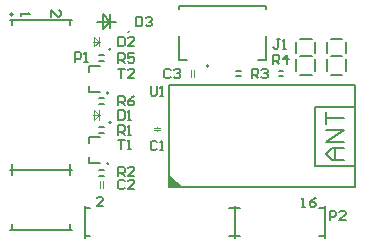
<source format=gbr>
%TF.GenerationSoftware,Altium Limited,Altium Designer,20.2.6 (244)*%
G04 Layer_Color=65535*
%FSLAX45Y45*%
%MOMM*%
%TF.SameCoordinates,9E4D4D7D-1FFC-428C-BB03-7E89B6F1CBBC*%
%TF.FilePolarity,Positive*%
%TF.FileFunction,Legend,Top*%
%TF.Part,Single*%
G01*
G75*
%TA.AperFunction,NonConductor*%
%ADD22C,0.15000*%
%ADD94C,0.20000*%
%ADD95C,0.10000*%
G36*
X1410000Y565000D02*
X1510000Y465000D01*
X1410000D01*
Y565000D01*
D02*
G37*
D22*
X903000Y1265000D02*
G03*
X903000Y1265000I-8000J0D01*
G01*
Y665000D02*
G03*
X903000Y665000I-8000J0D01*
G01*
X1745289Y1494927D02*
G03*
X1745289Y1494927I-8000J0D01*
G01*
X918000Y1635000D02*
G03*
X918000Y1635000I-8000J0D01*
G01*
Y1015000D02*
G03*
X918000Y1015000I-8000J0D01*
G01*
X1410000Y465000D02*
Y1335000D01*
X2990000Y465000D02*
Y1335000D01*
X1410000D02*
X2990000D01*
X1410000Y465000D02*
X2990000D01*
X1410000Y565000D02*
X1510000Y465000D01*
X2650000Y1150000D02*
X2990000D01*
X2650000Y650000D02*
Y1150000D01*
Y650000D02*
X2985000D01*
X735000Y1440000D02*
Y1490000D01*
X825000D01*
X735000Y1270000D02*
Y1320000D01*
Y1270000D02*
X825000D01*
X735000Y840000D02*
Y890000D01*
X825000D01*
X735000Y670000D02*
Y720000D01*
Y670000D02*
X825000D01*
X820000Y1175000D02*
X860000D01*
X820000Y1225000D02*
X860000D01*
X820000Y1585000D02*
X860000D01*
X820000Y1535000D02*
X860000D01*
X2340000Y1455000D02*
X2380000D01*
X2340000Y1405000D02*
X2380000D01*
X1980000D02*
X2020000D01*
X1980000Y1455000D02*
X2020000D01*
X820000Y615000D02*
X860000D01*
X820000Y565000D02*
X860000D01*
X820000Y975000D02*
X860000D01*
X820000Y925000D02*
X860000D01*
X1922000Y50000D02*
X1968854D01*
X1924004Y289000D02*
X1968252D01*
X1968171Y293822D02*
X1969000Y35000D01*
X1969146Y289000D02*
X2016000D01*
X1969748Y50000D02*
X2013997D01*
X1968171Y310000D02*
X1969000Y35000D01*
X699440Y289481D02*
X746294D01*
X699748Y50000D02*
X743997D01*
X699000Y35000D02*
Y310000D01*
X2684000Y50000D02*
X2730854D01*
X2686024Y289815D02*
X2730272D01*
X2731000Y35000D02*
Y310000D01*
X80000Y617146D02*
Y664000D01*
X574000Y617748D02*
Y661997D01*
X65000Y617000D02*
X589000D01*
X574000Y570000D02*
Y616854D01*
X80000Y572003D02*
Y616252D01*
X65000Y617000D02*
X589000D01*
X574000Y1840000D02*
Y1886854D01*
X80000Y1842003D02*
Y1886252D01*
X65000Y1887000D02*
X589000D01*
X80000Y109146D02*
Y156000D01*
X574000Y109748D02*
Y153997D01*
X65000Y109000D02*
X589000D01*
X1497500Y2000000D02*
X2237500D01*
X1497500Y1545000D02*
Y1745000D01*
Y1545000D02*
X1567500D01*
X1497500Y1972189D02*
Y2000000D01*
X2237500Y1545000D02*
Y1745000D01*
Y1972189D02*
Y2000000D01*
X2167500Y1545000D02*
X2237500D01*
X909894Y1870000D02*
X960000D01*
X850000Y1810106D02*
X909894Y1870000D01*
X869894D02*
X909894D01*
X850000Y1810106D02*
Y1929894D01*
X909772Y1870122D01*
X909894Y1815000D02*
Y1930000D01*
X800000Y1870000D02*
X869894D01*
X853351Y305107D02*
X800035D01*
X853351Y358423D01*
Y371752D01*
X840022Y385081D01*
X813364D01*
X800035Y371752D01*
X2536000Y300000D02*
X2562658D01*
X2549329D01*
Y379974D01*
X2536000Y366645D01*
X2655961Y379974D02*
X2629303Y366645D01*
X2602645Y339987D01*
Y313329D01*
X2615974Y300000D01*
X2642632D01*
X2655961Y313329D01*
Y326658D01*
X2642632Y339987D01*
X2602645D01*
X414999Y1911684D02*
Y1965000D01*
X468316Y1911684D01*
X481645D01*
X494974Y1925013D01*
Y1951671D01*
X481645Y1965000D01*
X155000Y1945000D02*
Y1918342D01*
Y1931671D01*
X234974D01*
X221645Y1945000D01*
X983355Y1469987D02*
X1036671D01*
X1010013D01*
Y1390013D01*
X1116645D02*
X1063329D01*
X1116645Y1443329D01*
Y1456658D01*
X1103316Y1469987D01*
X1076658D01*
X1063329Y1456658D01*
X983355Y1160013D02*
Y1239987D01*
X1023342D01*
X1036671Y1226658D01*
Y1200000D01*
X1023342Y1186671D01*
X983355D01*
X1010013D02*
X1036671Y1160013D01*
X1116645Y1239987D02*
X1089987Y1226658D01*
X1063329Y1200000D01*
Y1173342D01*
X1076658Y1160013D01*
X1103316D01*
X1116645Y1173342D01*
Y1186671D01*
X1103316Y1200000D01*
X1063329D01*
X983355Y1520013D02*
Y1599987D01*
X1023342D01*
X1036671Y1586658D01*
Y1560000D01*
X1023342Y1546671D01*
X983355D01*
X1010013D02*
X1036671Y1520013D01*
X1116645Y1599987D02*
X1063329D01*
Y1560000D01*
X1089987Y1573329D01*
X1103316D01*
X1116645Y1560000D01*
Y1533342D01*
X1103316Y1520013D01*
X1076658D01*
X1063329Y1533342D01*
X2293355Y1510013D02*
Y1589987D01*
X2333342D01*
X2346671Y1576658D01*
Y1550000D01*
X2333342Y1536671D01*
X2293355D01*
X2320013D02*
X2346671Y1510013D01*
X2413316D02*
Y1589987D01*
X2373329Y1550000D01*
X2426645D01*
X1133355Y1909987D02*
Y1830013D01*
X1173342D01*
X1186671Y1843342D01*
Y1896658D01*
X1173342Y1909987D01*
X1133355D01*
X1213329Y1896658D02*
X1226658Y1909987D01*
X1253316D01*
X1266645Y1896658D01*
Y1883329D01*
X1253316Y1870000D01*
X1239987D01*
X1253316D01*
X1266645Y1856671D01*
Y1843342D01*
X1253316Y1830013D01*
X1226658D01*
X1213329Y1843342D01*
X983355Y1739987D02*
Y1660013D01*
X1023342D01*
X1036671Y1673342D01*
Y1726658D01*
X1023342Y1739987D01*
X983355D01*
X1116645Y1660013D02*
X1063329D01*
X1116645Y1713329D01*
Y1726658D01*
X1103316Y1739987D01*
X1076658D01*
X1063329Y1726658D01*
X2113355Y1390013D02*
Y1469987D01*
X2153342D01*
X2166671Y1456658D01*
Y1430000D01*
X2153342Y1416671D01*
X2113355D01*
X2140013D02*
X2166671Y1390013D01*
X2193329Y1456658D02*
X2206658Y1469987D01*
X2233316D01*
X2246645Y1456658D01*
Y1443329D01*
X2233316Y1430000D01*
X2219987D01*
X2233316D01*
X2246645Y1416671D01*
Y1403342D01*
X2233316Y1390013D01*
X2206658D01*
X2193329Y1403342D01*
X2773355Y190013D02*
Y269987D01*
X2813342D01*
X2826671Y256658D01*
Y230000D01*
X2813342Y216671D01*
X2773355D01*
X2906645Y190013D02*
X2853329D01*
X2906645Y243329D01*
Y256658D01*
X2893316Y269987D01*
X2866658D01*
X2853329Y256658D01*
X2350000Y1719987D02*
X2323342D01*
X2336671D01*
Y1653342D01*
X2323342Y1640013D01*
X2310013D01*
X2296684Y1653342D01*
X2376658Y1640013D02*
X2403316D01*
X2389987D01*
Y1719987D01*
X2376658Y1706658D01*
X1426671Y1456658D02*
X1413342Y1469987D01*
X1386684D01*
X1373355Y1456658D01*
Y1403342D01*
X1386684Y1390013D01*
X1413342D01*
X1426671Y1403342D01*
X1453329Y1456658D02*
X1466658Y1469987D01*
X1493316D01*
X1506645Y1456658D01*
Y1443329D01*
X1493316Y1430000D01*
X1479987D01*
X1493316D01*
X1506645Y1416671D01*
Y1403342D01*
X1493316Y1390013D01*
X1466658D01*
X1453329Y1403342D01*
X1256684Y1319987D02*
Y1253342D01*
X1270013Y1240013D01*
X1296671D01*
X1310000Y1253342D01*
Y1319987D01*
X1336658Y1240013D02*
X1363316D01*
X1349987D01*
Y1319987D01*
X1336658Y1306658D01*
X983355Y869987D02*
X1036671D01*
X1010013D01*
Y790013D01*
X1063329D02*
X1089987D01*
X1076658D01*
Y869987D01*
X1063329Y856658D01*
X983355Y560013D02*
Y639987D01*
X1023342D01*
X1036671Y626658D01*
Y600000D01*
X1023342Y586671D01*
X983355D01*
X1010013D02*
X1036671Y560013D01*
X1116645D02*
X1063329D01*
X1116645Y613329D01*
Y626658D01*
X1103316Y639987D01*
X1076658D01*
X1063329Y626658D01*
X983355Y910013D02*
Y989987D01*
X1023342D01*
X1036671Y976658D01*
Y950000D01*
X1023342Y936671D01*
X983355D01*
X1010013D02*
X1036671Y910013D01*
X1063329D02*
X1089987D01*
X1076658D01*
Y989987D01*
X1063329Y976658D01*
X616684Y1530013D02*
Y1609987D01*
X656671D01*
X670000Y1596658D01*
Y1570000D01*
X656671Y1556671D01*
X616684D01*
X696658Y1530013D02*
X723316D01*
X709987D01*
Y1609987D01*
X696658Y1596658D01*
X983355Y1119987D02*
Y1040013D01*
X1023342D01*
X1036671Y1053342D01*
Y1106658D01*
X1023342Y1119987D01*
X983355D01*
X1063329Y1040013D02*
X1089987D01*
X1076658D01*
Y1119987D01*
X1063329Y1106658D01*
X1310000Y846658D02*
X1296671Y859987D01*
X1270013D01*
X1256684Y846658D01*
Y793342D01*
X1270013Y780013D01*
X1296671D01*
X1310000Y793342D01*
X1336658Y780013D02*
X1363316D01*
X1349987D01*
Y859987D01*
X1336658Y846658D01*
X1036671Y516658D02*
X1023342Y529987D01*
X996684D01*
X983355Y516658D01*
Y463342D01*
X996684Y450013D01*
X1023342D01*
X1036671Y463342D01*
X1116645Y450013D02*
X1063329D01*
X1116645Y503329D01*
Y516658D01*
X1103316Y529987D01*
X1076658D01*
X1063329Y516658D01*
D94*
X95000Y1930000D02*
G03*
X95000Y1930000I-15000J0D01*
G01*
X1070000Y1785000D02*
G03*
X1070000Y1785000I-5000J0D01*
G01*
X2780000Y1720000D02*
X2880000D01*
X2750000Y1600000D02*
Y1700000D01*
X2910000Y1600000D02*
Y1700000D01*
X2780000Y1580000D02*
X2880000D01*
X2750000Y1450000D02*
Y1550000D01*
X2910000Y1450000D02*
Y1550000D01*
X2780000Y1420000D02*
X2880000D01*
X2520000D02*
X2620000D01*
X2650000Y1450000D02*
Y1550000D01*
X2490000Y1450000D02*
Y1550000D01*
X2520000Y1580000D02*
X2620000D01*
X2650000Y1600000D02*
Y1700000D01*
X2490000Y1600000D02*
Y1700000D01*
X2520000Y1720000D02*
X2620000D01*
X2890000Y700000D02*
X2788433D01*
X2737649Y750783D01*
X2788433Y801567D01*
X2890000D01*
X2813825D01*
Y700000D01*
X2890000Y852351D02*
X2737649D01*
X2890000Y953918D01*
X2737649D01*
Y1004701D02*
Y1106269D01*
Y1055485D01*
X2890000D01*
D95*
X780000Y1700000D02*
X820000D01*
X780000Y1660000D02*
Y1740000D01*
X820000Y1700000D01*
X780000Y1660000D02*
X820000Y1700000D01*
Y1660000D02*
Y1740000D01*
Y1700000D02*
X830106D01*
X830228Y1700122D01*
X770577Y1700000D02*
X780000D01*
Y1080000D02*
X820000D01*
X780000Y1040000D02*
Y1120000D01*
X820000Y1080000D01*
X780000Y1040000D02*
X820000Y1080000D01*
Y1040000D02*
Y1120000D01*
Y1080000D02*
X830106D01*
X830228Y1080122D01*
X770577Y1080000D02*
X780000D01*
X1620000Y1430000D02*
X1625094D01*
X1594711D02*
X1600000D01*
Y1402511D02*
Y1457619D01*
X1620000Y1402373D02*
Y1457895D01*
X850000Y490000D02*
X855094D01*
X824711D02*
X830000D01*
Y462511D02*
Y517619D01*
X850000Y462373D02*
Y517895D01*
X1310000Y970000D02*
Y975094D01*
Y944711D02*
Y950000D01*
X1282381D02*
X1337489D01*
X1282105Y970000D02*
X1337627D01*
%TF.MD5,7c869935901e5045c768b8ead4b381c5*%
M02*

</source>
